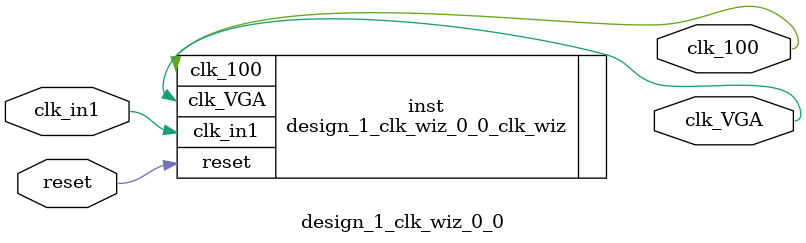
<source format=v>


`timescale 1ps/1ps

(* CORE_GENERATION_INFO = "design_1_clk_wiz_0_0,clk_wiz_v6_0_12_0_0,{component_name=design_1_clk_wiz_0_0,use_phase_alignment=true,use_min_o_jitter=false,use_max_i_jitter=false,use_dyn_phase_shift=false,use_inclk_switchover=false,use_dyn_reconfig=false,enable_axi=0,feedback_source=FDBK_AUTO,PRIMITIVE=MMCM,num_out_clk=2,clkin1_period=8.000,clkin2_period=10.000,use_power_down=false,use_reset=true,use_locked=false,use_inclk_stopped=false,feedback_type=SINGLE,CLOCK_MGR_TYPE=NA,manual_override=false}" *)

module design_1_clk_wiz_0_0 
 (
  // Clock out ports
  output        clk_100,
  output        clk_VGA,
  // Status and control signals
  input         reset,
 // Clock in ports
  input         clk_in1
 );

  design_1_clk_wiz_0_0_clk_wiz inst
  (
  // Clock out ports  
  .clk_100(clk_100),
  .clk_VGA(clk_VGA),
  // Status and control signals               
  .reset(reset), 
 // Clock in ports
  .clk_in1(clk_in1)
  );

endmodule

</source>
